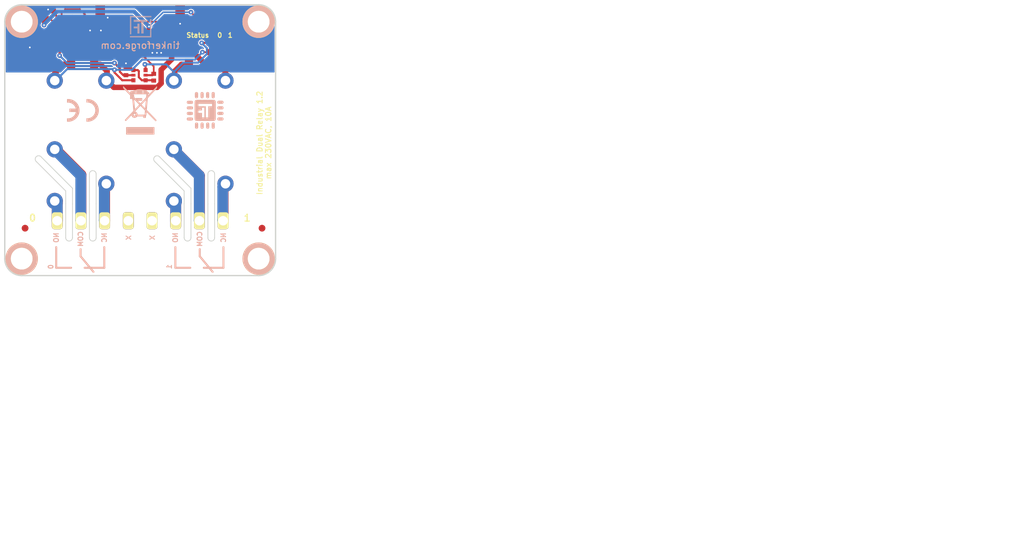
<source format=kicad_pcb>
(kicad_pcb (version 20211014) (generator pcbnew)
  (title_block (title "Industrial Dual Relay Bricklet") (date "2023-01-24") (rev "1.2") (company "Tinkerforge GmbH") (comment 1 "Licensed under CERN OHL v.1.1") (comment 2 "Copyright (©) 2023, B.Nordmeyer <bastian@tinkerforge.com>"))
  (layers (0 "F.Cu" signal "Vorderseite") (31 "B.Cu" signal "Rückseite") (34 "B.Paste" user) (35 "F.Paste" user) (36 "B.SilkS" user "B.Silkscreen") (37 "F.SilkS" user "F.Silkscreen") (38 "B.Mask" user) (39 "F.Mask" user) (44 "Edge.Cuts" user))
  (net 0 "")
  (net 1 "+5V")
  (net 2 "GND")
  (net 3 "VCC")
  (net 4 "S-MISO")
  (net 5 "S-MOSI")
  (net 6 "S-CLK")
  (net 7 "S-CS")
  (net 8 "RELAY1")
  (net 9 "RELAY0")
  (net 10 "Net-(C2-Pad2)")
  (net 11 "Net-(D1-Pad2)")
  (net 12 "Net-(D2-Pad2)")
  (net 13 "Net-(D3-Pad2)")
  (net 14 "Net-(D4-Pad1)")
  (net 15 "Net-(D5-Pad1)")
  (net 16 "Net-(P1-Pad4)")
  (net 17 "Net-(P1-Pad5)")
  (net 18 "Net-(P1-Pad6)")
  (net 19 "Net-(P2-Pad2)")
  (net 20 "Net-(R1-Pad1)")
  (net 21 "Net-(P3-Pad2)")
  (net 22 "Net-(P3-Pad3)")
  (net 23 "Net-(P3-Pad1)")
  (net 24 "Net-(P3-Pad6)")
  (net 25 "Net-(P3-Pad7)")
  (net 26 "Net-(P3-Pad8)")
  (net 27 "Net-(P4-Pad1)")
  (footprint "kicad-libraries:C0603F" (layer "F.Cu") (at 153 90.4 180)
    (fp_text reference "C3")
    (fp_text value "1uF")
    (pad "1" smd rect locked (at -0.75 0 180) (size 0.9 0.9) (layers "F.Cu" "F.Paste" "F.Mask") (net 2 "GND"))
    (pad "2" smd rect locked (at 0.75 0 180) (size 0.9 0.9) (layers "F.Cu" "F.Paste" "F.Mask") (net 3 "VCC"))
  )
  (footprint "kicad-libraries:C0603F" (layer "F.Cu") (at 138.6 85.5 45)
    (fp_text reference "C4")
    (fp_text value "100nF")
    (pad "1" smd rect locked (at -0.75 0 45) (size 0.9 0.9) (layers "F.Cu" "F.Paste" "F.Mask") (net 3 "VCC"))
    (pad "2" smd rect locked (at 0.75 0 45) (size 0.9 0.9) (layers "F.Cu" "F.Paste" "F.Mask") (net 2 "GND"))
  )
  (footprint "kicad-libraries:D0603E" (layer "F.Cu") (at 160.3 86.4 -90)
    (fp_text reference "D1")
    (fp_text value "blue")
    (pad "1" smd rect locked (at -0.8501 0 270) (size 1.1 1) (layers "F.Cu" "F.Paste" "F.Mask") (net 3 "VCC"))
    (pad "2" smd rect locked (at 0.8501 0 270) (size 1.1 1) (layers "F.Cu" "F.Paste" "F.Mask") (net 11 "Net-(D1-Pad2)"))
  )
  (footprint "kicad-libraries:D0603E" (layer "F.Cu") (at 163.5 86.4 -90)
    (fp_text reference "D2")
    (fp_text value "blue")
    (pad "1" smd rect locked (at -0.8501 0 270) (size 1.1 1) (layers "F.Cu" "F.Paste" "F.Mask") (net 1 "+5V"))
    (pad "2" smd rect locked (at 0.8501 0 270) (size 1.1 1) (layers "F.Cu" "F.Paste" "F.Mask") (net 12 "Net-(D2-Pad2)"))
  )
  (footprint "kicad-libraries:D0603E" (layer "F.Cu") (at 165.1 86.4 -90)
    (fp_text reference "D3")
    (fp_text value "blue")
    (pad "1" smd rect locked (at -0.8501 0 270) (size 1.1 1) (layers "F.Cu" "F.Paste" "F.Mask") (net 1 "+5V"))
    (pad "2" smd rect locked (at 0.8501 0 270) (size 1.1 1) (layers "F.Cu" "F.Paste" "F.Mask") (net 13 "Net-(D3-Pad2)"))
  )
  (footprint "kicad-libraries:CON-SENSOR2" (layer "F.Cu") (at 151.8 83.9 180)
    (fp_text reference "P1")
    (fp_text value "CON-SENSOR2")
    (pad "1" smd rect locked (at -3.75 -4.6 180) (size 0.6 1.8) (layers "F.Cu" "F.Paste" "F.Mask") (net 1 "+5V"))
    (pad "2" smd rect locked (at -2.5 -4.6 180) (size 0.6 1.8) (layers "F.Cu" "F.Paste" "F.Mask") (net 2 "GND"))
    (pad "3" smd rect locked (at -1.25 -4.6 180) (size 0.6 1.8) (layers "F.Cu" "F.Paste" "F.Mask") (net 3 "VCC"))
    (pad "4" smd rect locked (at 0 -4.6 180) (size 0.6 1.8) (layers "F.Cu" "F.Paste" "F.Mask") (net 16 "Net-(P1-Pad4)"))
    (pad "5" smd rect locked (at 1.25 -4.6 180) (size 0.6 1.8) (layers "F.Cu" "F.Paste" "F.Mask") (net 17 "Net-(P1-Pad5)"))
    (pad "6" smd rect locked (at 2.5 -4.6 180) (size 0.6 1.8) (layers "F.Cu" "F.Paste" "F.Mask") (net 18 "Net-(P1-Pad6)"))
    (pad "7" smd rect locked (at 3.75 -4.6 180) (size 0.6 1.8) (layers "F.Cu" "F.Paste" "F.Mask") (net 10 "Net-(C2-Pad2)"))
    (pad "EP" smd rect locked (at -5.9 -1.2 180) (size 1.4 2.4) (layers "F.Cu" "F.Paste" "F.Mask") (net 2 "GND"))
    (pad "EP" smd rect locked (at 5.9 -1.2 180) (size 1.4 2.4) (layers "F.Cu" "F.Paste" "F.Mask") (net 2 "GND"))
  )
  (footprint "kicad-libraries:SolderJumper" (layer "F.Cu") (at 136.65 90.2)
    (fp_text reference "P2")
    (fp_text value "BOOT")
    (pad "1" smd rect locked (at -0.5 0) (size 0.4 1.4) (layers "F.Cu" "F.Mask") (net 2 "GND"))
    (pad "1" smd rect locked (at -0.225 -0.55) (size 0.95 0.3) (layers "F.Cu" "F.Mask") (net 2 "GND"))
    (pad "1" smd rect locked (at -0.225 0.55) (size 0.95 0.3) (layers "F.Cu" "F.Mask") (net 2 "GND"))
    (pad "2" smd rect locked (at 0.55 0) (size 0.3 1.4) (layers "F.Cu" "F.Mask") (net 19 "Net-(P2-Pad2)"))
    (pad "2" smd rect locked (at 0.15 0) (size 0.6 0.5) (layers "F.Cu" "F.Mask") (net 19 "Net-(P2-Pad2)"))
  )
  (footprint "kicad-libraries:R0603F" (layer "F.Cu") (at 158.9 89.5)
    (fp_text reference "R1")
    (fp_text value "1k")
    (pad "1" smd rect locked (at -0.75 0) (size 0.9 0.9) (layers "F.Cu" "F.Paste" "F.Mask") (net 20 "Net-(R1-Pad1)"))
    (pad "2" smd rect locked (at 0.75 0) (size 0.9 0.9) (layers "F.Cu" "F.Paste" "F.Mask") (net 11 "Net-(D1-Pad2)"))
  )
  (footprint "kicad-libraries:R0603F" (layer "F.Cu") (at 162.8 89.5)
    (fp_text reference "R3")
    (fp_text value "1k")
    (pad "1" smd rect locked (at -0.75 0) (size 0.9 0.9) (layers "F.Cu" "F.Paste" "F.Mask") (net 15 "Net-(D5-Pad1)"))
    (pad "2" smd rect locked (at 0.75 0) (size 0.9 0.9) (layers "F.Cu" "F.Paste" "F.Mask") (net 13 "Net-(D3-Pad2)"))
  )
  (footprint "kicad-libraries:4X0402" (layer "F.Cu") (at 145 90.3 90)
    (fp_text reference "RP1")
    (fp_text value "82")
    (pad "1" smd rect locked (at -0.7493 0.575 270) (size 0.29972 0.65) (layers "F.Cu" "F.Paste" "F.Mask") (net 16 "Net-(P1-Pad4)"))
    (pad "2" smd rect locked (at -0.24892 0.575 270) (size 0.29972 0.65) (layers "F.Cu" "F.Paste" "F.Mask") (net 17 "Net-(P1-Pad5)"))
    (pad "3" smd rect locked (at 0.24892 0.575 270) (size 0.29972 0.65) (layers "F.Cu" "F.Paste" "F.Mask") (net 18 "Net-(P1-Pad6)"))
    (pad "4" smd rect locked (at 0.7493 0.575 270) (size 0.29972 0.65) (layers "F.Cu" "F.Paste" "F.Mask") (net 10 "Net-(C2-Pad2)"))
    (pad "5" smd rect locked (at 0.7493 -0.575 90) (size 0.29972 0.65) (layers "F.Cu" "F.Paste" "F.Mask") (net 4 "S-MISO"))
    (pad "6" smd rect locked (at 0.24892 -0.575 90) (size 0.29972 0.65) (layers "F.Cu" "F.Paste" "F.Mask") (net 5 "S-MOSI"))
    (pad "7" smd rect locked (at -0.24892 -0.575 90) (size 0.29972 0.65) (layers "F.Cu" "F.Paste" "F.Mask") (net 6 "S-CLK"))
    (pad "8" smd rect locked (at -0.7493 -0.575 90) (size 0.29972 0.65) (layers "F.Cu" "F.Paste" "F.Mask") (net 7 "S-CS"))
  )
  (footprint "kicad-libraries:DRILL_NP" (layer "F.Cu") (at 169.3 86.4 90)
    (fp_text reference "U4")
    (fp_text value "DRILL")
    (pad "" np_thru_hole circle (at 0 0 90) (size 3.2 3.2) (drill 3.2) (layers F&B.Cu *.Mask) (clearance 0.89))
  )
  (footprint "kicad-libraries:DRILL_NP" (layer "F.Cu") (at 169.3 121.4 90)
    (fp_text reference "U5")
    (fp_text value "DRILL")
    (pad "" np_thru_hole circle (at 0 0 90) (size 3.2 3.2) (drill 3.2) (layers F&B.Cu *.Mask) (clearance 0.89))
  )
  (footprint "kicad-libraries:DRILL_NP" (layer "F.Cu") (at 134.3 121.4 90)
    (fp_text reference "U6")
    (fp_text value "DRILL")
    (pad "" np_thru_hole circle (at 0 0 90) (size 3.2 3.2) (drill 3.2) (layers F&B.Cu *.Mask) (clearance 0.89))
  )
  (footprint "kicad-libraries:C0402F" (layer "F.Cu") (at 145.2 88.2 -90)
    (fp_text reference "C2")
    (fp_text value "220pF")
    (pad "1" smd rect locked (at -0.5 0 270) (size 0.6 0.7) (layers "F.Cu" "F.Paste" "F.Mask") (net 2 "GND"))
    (pad "2" smd rect locked (at 0.5 0 270) (size 0.6 0.7) (layers "F.Cu" "F.Paste" "F.Mask") (net 10 "Net-(C2-Pad2)"))
  )
  (footprint "kicad-libraries:R0603F" (layer "F.Cu") (at 162.8 90.9)
    (fp_text reference "R2")
    (fp_text value "1k")
    (pad "1" smd rect locked (at -0.75 0) (size 0.9 0.9) (layers "F.Cu" "F.Paste" "F.Mask") (net 14 "Net-(D4-Pad1)"))
    (pad "2" smd rect locked (at 0.75 0) (size 0.9 0.9) (layers "F.Cu" "F.Paste" "F.Mask") (net 12 "Net-(D2-Pad2)"))
  )
  (footprint "kicad-libraries:C0603F" (layer "F.Cu") (at 155.7 90.4)
    (fp_text reference "C1")
    (fp_text value "1uF")
    (pad "1" smd rect locked (at -0.75 0) (size 0.9 0.9) (layers "F.Cu" "F.Paste" "F.Mask") (net 2 "GND"))
    (pad "2" smd rect locked (at 0.75 0) (size 0.9 0.9) (layers "F.Cu" "F.Paste" "F.Mask") (net 1 "+5V"))
  )
  (footprint "kicad-libraries:DEBUG_PAD" (layer "F.Cu") (at 139 90.8 90)
    (fp_text reference "P4")
    (fp_text value "Debug")
    (pad "1" smd circle locked (at 0 0 90) (size 0.7 0.7) (layers "F.Cu" "F.Paste" "F.Mask") (net 27 "Net-(P4-Pad1)"))
  )
  (footprint "kicad-libraries:Fiducial_Mark" (layer "F.Cu") (at 134.8 116.9 90)
    (fp_text reference "Fiducial_Mark" hide)
    (fp_text value "VAL**" hide)
    (pad "1" smd circle locked (at 0 0 90) (size 1.00076 1.00076) (layers "F.Cu" "F.Mask") (clearance 0.65024))
  )
  (footprint "kicad-libraries:Fiducial_Mark" (layer "F.Cu") (at 169.8 90.9 90)
    (fp_text reference "Fiducial_Mark" hide)
    (fp_text value "VAL**" hide)
    (pad "1" smd circle locked (at 0 0 90) (size 1.00076 1.00076) (layers "F.Cu" "F.Mask") (clearance 0.65024))
  )
  (footprint "kicad-libraries:Fiducial_Mark" (layer "F.Cu") (at 169.8 116.9 90)
    (fp_text reference "Fiducial_Mark" hide)
    (fp_text value "VAL**" hide)
    (pad "1" smd circle locked (at 0 0 90) (size 1.00076 1.00076) (layers "F.Cu" "F.Mask") (clearance 0.65024))
  )
  (footprint "kicad-libraries:SOT363" (layer "F.Cu") (at 151.7 94.3 180)
    (fp_text reference locked "Q1")
    (fp_text value "SSM6N7002KFU")
    (pad "1" smd rect locked (at -0.9 -0.75 180) (size 0.6 0.6) (layers "F.Cu" "F.Paste" "F.Mask") (net 2 "GND"))
    (pad "2" smd rect locked (at -0.9 0 180) (size 0.6 0.4) (layers "F.Cu" "F.Paste" "F.Mask") (net 8 "RELAY1"))
    (pad "3" smd rect locked (at -0.9 0.75 180) (size 0.6 0.6) (layers "F.Cu" "F.Paste" "F.Mask") (net 15 "Net-(D5-Pad1)"))
    (pad "4" smd rect locked (at 0.9 0.75 180) (size 0.6 0.6) (layers "F.Cu" "F.Paste" "F.Mask") (net 2 "GND"))
    (pad "5" smd rect locked (at 0.9 0 180) (size 0.6 0.4) (layers "F.Cu" "F.Paste" "F.Mask") (net 9 "RELAY0"))
    (pad "6" smd rect locked (at 0.9 -0.75 180) (size 0.6 0.6) (layers "F.Cu" "F.Paste" "F.Mask") (net 14 "Net-(D4-Pad1)"))
  )
  (footprint "kicad-libraries:R0402F" (layer "F.Cu") (at 153.8 94.6 90)
    (fp_text reference "R4")
    (fp_text value "10k")
    (pad "1" smd rect locked (at -0.5 0 90) (size 0.6 0.7) (layers "F.Cu" "F.Paste" "F.Mask") (net 2 "GND"))
    (pad "2" smd rect locked (at 0.5 0 90) (size 0.6 0.7) (layers "F.Cu" "F.Paste" "F.Mask") (net 8 "RELAY1"))
  )
  (footprint "kicad-libraries:R0402F" (layer "F.Cu") (at 149.7 93.8 -90)
    (fp_text reference "R5")
    (fp_text value "10k")
    (pad "1" smd rect locked (at -0.5 0 270) (size 0.6 0.7) (layers "F.Cu" "F.Paste" "F.Mask") (net 2 "GND"))
    (pad "2" smd rect locked (at 0.5 0 270) (size 0.6 0.7) (layers "F.Cu" "F.Paste" "F.Mask") (net 9 "RELAY0"))
  )
  (footprint "kicad-libraries:MiniMelf" (layer "F.Cu") (at 143.3 92.7 180)
    (fp_text reference "D4")
    (fp_text value "LL4148")
    (pad "1" smd rect locked (at 1.69926 0 180) (size 1.19888 1.6002) (layers "F.Cu" "F.Paste" "F.Mask") (net 14 "Net-(D4-Pad1)"))
    (pad "2" smd rect locked (at -1.69926 0 180) (size 1.19888 1.6002) (layers "F.Cu" "F.Paste" "F.Mask") (net 1 "+5V"))
  )
  (footprint "kicad-libraries:G5Q-1" (layer "F.Cu") (at 164.4 95.1 90)
    (fp_text reference "Q3")
    (fp_text value "G5Q-1")
    (pad "A1" thru_hole circle (at 0 -7.62 90) (size 2.4 2.4) (drill 1.4) (layers *.Cu *.Mask) (net 15 "Net-(D5-Pad1)"))
    (pad "A2" thru_hole circle (at 0 0 90) (size 2.4 2.4) (drill 1.4) (layers *.Cu *.Mask) (net 1 "+5V"))
    (pad "COM" thru_hole circle (at -10.16 -7.62 90) (size 2.4 2.4) (drill 1.4) (layers *.Cu *.Mask) (net 25 "Net-(P3-Pad7)"))
    (pad "NC" thru_hole circle (at -15.24 0 90) (size 2.4 2.4) (drill 1.4) (layers *.Cu *.Mask) (net 26 "Net-(P3-Pad8)"))
    (pad "NO" thru_hole circle (at -17.78 -7.62 90) (size 2.4 2.4) (drill 1.4) (layers *.Cu *.Mask) (net 24 "Net-(P3-Pad6)"))
  )
  (footprint "kicad-libraries:DRILL_NP" (layer "F.Cu") (at 134.3 86.4)
    (fp_text reference "REF**")
    (fp_text value "DRILL_NP_New")
    (pad "" np_thru_hole circle (at 0 0) (size 3.2 3.2) (drill 3.2) (layers F&B.Cu *.Mask) (clearance 0.89))
  )
  (footprint "kicad-libraries:QFN24-4x4mm-0.5mm" (layer "F.Cu") (at 141 88.1 -135)
    (fp_text reference "U1")
    (fp_text value "XMC1100")
    (pad "1" smd oval locked (at -2.025 -1.25 225) (size 1 0.3) (layers "F.Cu" "F.Paste" "F.Mask") (net 4 "S-MISO"))
    (pad "2" smd oval locked (at -2.025 -0.75 225) (size 1 0.3) (layers "F.Cu" "F.Paste" "F.Mask"))
    (pad "3" smd oval locked (at -2.025 -0.25 225) (size 1 0.3) (layers "F.Cu" "F.Paste" "F.Mask"))
    (pad "4" smd oval locked (at -2.025 0.25 225) (size 1 0.3) (layers "F.Cu" "F.Paste" "F.Mask"))
    (pad "5" smd oval locked (at -2.025 0.75 225) (size 1 0.3) (layers "F.Cu" "F.Paste" "F.Mask"))
    (pad "6" smd oval locked (at -2.025 1.25 225) (size 1 0.3) (layers "F.Cu" "F.Paste" "F.Mask"))
    (pad "7" smd oval locked (at -1.25 2.025 315) (size 1 0.3) (layers "F.Cu" "F.Paste" "F.Mask") (net 20 "Net-(R1-Pad1)"))
    (pad "8" smd oval locked (at -0.75 2.025 315) (size 1 0.3) (layers "F.Cu" "F.Paste" "F.Mask"))
    (pad "9" smd oval locked (at -0.25 2.025 315) (size 1 0.3) (layers "F.Cu" "F.Paste" "F.Mask") (net 2 "GND"))
    (pad "10" smd oval locked (at 0.25 2.025 315) (size 1 0.3) (layers "F.Cu" "F.Paste" "F.Mask") (net 3 "VCC"))
    (pad "11" smd oval locked (at 0.75 2.025 315) (size 1 0.3) (layers "F.Cu" "F.Paste" "F.Mask"))
    (pad "12" smd oval locked (at 1.25 2.025 315) (size 1 0.3) (layers "F.Cu" "F.Paste" "F.Mask"))
    (pad "13" smd oval locked (at 2.025 1.25 225) (size 1 0.3) (layers "F.Cu" "F.Paste" "F.Mask"))
    (pad "14" smd oval locked (at 2.025 0.75 225) (size 1 0.3) (layers "F.Cu" "F.Paste" "F.Mask"))
    (pad "15" smd oval locked (at 2.025 0.25 225) (size 1 0.3) (layers "F.Cu" "F.Paste" "F.Mask") (net 19 "Net-(P2-Pad2)"))
    (pad "16" smd oval locked (at 2.025 -0.25 225) (size 1 0.3) (layers "F.Cu" "F.Paste" "F.Mask") (net 27 "Net-(P4-Pad1)"))
    (pad "17" smd oval locked (at 2.025 -0.75 225) (size 1 0.3) (layers "F.Cu" "F.Paste" "F.Mask"))
    (pad "18" smd oval locked (at 2.025 -1.25 225) (size 1 0.3) (layers "F.Cu" "F.Paste" "F.Mask") (net 8 "RELAY1"))
    (pad "19" smd oval locked (at 1.25 -2.025 315) (size 1 0.3) (layers "F.Cu" "F.Paste" "F.Mask") (net 9 "RELAY0"))
    (pad "20" smd oval locked (at 0.75 -2.025 315) (size 1 0.3) (layers "F.Cu" "F.Paste" "F.Mask") (net 2 "GND"))
    (pad "21" smd oval locked (at 0.25 -2.025 315) (size 1 0.3) (layers "F.Cu" "F.Paste" "F.Mask"))
    (pad "22" smd oval locked (at -0.25 -2.025 315) (size 1 0.3) (layers "F.Cu" "F.Paste" "F.Mask") (net 7 "S-CS"))
    (pad "23" smd oval locked (at -0.75 -2.025 315) (size 1 0.3) (layers "F.Cu" "F.Paste" "F.Mask") (net 6 "S-CLK"))
    (pad "24" smd oval locked (at -1.25 -2.025 315) (size 1 0.3) (layers "F.Cu" "F.Paste" "F.Mask") (net 5 "S-MOSI"))
    (pad "EXP" smd rect locked (at -0.65 -0.65 225) (size 1.3 1.3) (layers "F.Cu" "F.Paste" "F.Mask") (net 2 "GND"))
    (pad "EXP" smd rect locked (at -0.65 0.65 225) (size 1.3 1.3) (layers "F.Cu" "F.Paste" "F.Mask") (net 2 "GND"))
    (pad "EXP" smd rect locked (at 0.65 0.65 225) (size 1.3 1.3) (layers "F.Cu" "F.Paste" "F.Mask") (net 2 "GND"))
    (pad "EXP" smd rect locked (at 0.65 -0.65 225) (size 1.3 1.3) (layers "F.Cu" "F.Paste" "F.Mask") (net 2 "GND"))
  )
  (footprint "kicad-libraries:MiniMelf" (layer "F.Cu") (at 160.7 92.7 180)
    (fp_text reference "D5")
    (fp_text value "LL4148")
    (pad "1" smd rect locked (at 1.69926 0 180) (size 1.19888 1.6002) (layers "F.Cu" "F.Paste" "F.Mask") (net 15 "Net-(D5-Pad1)"))
    (pad "2" smd rect locked (at -1.69926 0 180) (size 1.19888 1.6002) (layers "F.Cu" "F.Paste" "F.Mask") (net 1 "+5V"))
  )
  (footprint "kicad-libraries:G5Q-1" (layer "F.Cu") (at 146.8 95.1 90)
    (fp_text reference "Q2")
    (fp_text value "G5Q-1")
    (pad "A1" thru_hole circle (at 0 -7.62 90) (size 2.4 2.4) (drill 1.4) (layers *.Cu *.Mask) (net 14 "Net-(D4-Pad1)"))
    (pad "A2" thru_hole circle (at 0 0 90) (size 2.4 2.4) (drill 1.4) (layers *.Cu *.Mask) (net 1 "+5V"))
    (pad "COM" thru_hole circle (at -10.16 -7.62 90) (size 2.4 2.4) (drill 1.4) (layers *.Cu *.Mask) (net 21 "Net-(P3-Pad2)"))
    (pad "NC" thru_hole circle (at -15.24 0 90) (size 2.4 2.4) (drill 1.4) (layers *.Cu *.Mask) (net 22 "Net-(P3-Pad3)"))
    (pad "NO" thru_hole circle (at -17.78 -7.62 90) (size 2.4 2.4) (drill 1.4) (layers *.Cu *.Mask) (net 23 "Net-(P3-Pad1)"))
  )
  (footprint "kicad-libraries:OQ_8P_230V" (layer "F.Cu") (at 151.8 115.8)
    (fp_text reference "P3")
    (fp_text value "CONN_8")
    (fp_line (start 10 -2.5) (end 10 2.5) (layer "Edge.Cuts") (width 0.12))
    (fp_line (start -10 -2.5) (end -10 2.5) (layer "Edge.Cuts") (width 0.12))
    (fp_line (start 6.5 -2.5) (end 6.5 2.5) (layer "Edge.Cuts") (width 0.12))
    (fp_line (start 11 -2.5) (end 11 2.5) (layer "Edge.Cuts") (width 0.12))
    (fp_line (start -6.5 -2.5) (end -6.5 2.5) (layer "Edge.Cuts") (width 0.12))
    (fp_line (start 7.5 -2.5) (end 7.5 2.5) (layer "Edge.Cuts") (width 0.12))
    (fp_line (start -7.5 -2.5) (end -7.5 2.5) (layer "Edge.Cuts") (width 0.12))
    (fp_line (start -11 -2.5) (end -11 2.5) (layer "Edge.Cuts") (width 0.12))
    (fp_arc (start -10 2.5) (mid -10.5 3) (end -11 2.5) (layer "Edge.Cuts") (width 0.12))
    (fp_arc (start 7.5 2.5) (mid 7 3) (end 6.5 2.5) (layer "Edge.Cuts") (width 0.12))
    (fp_arc (start 11 2.5) (mid 10.5 3) (end 10 2.5) (layer "Edge.Cuts") (width 0.12))
    (fp_arc (start -6.5 2.5) (mid -7 3) (end -7.5 2.5) (layer "Edge.Cuts") (width 0.12))
    (pad "1" thru_hole roundrect (at -12.25042 0) (size 1.6 2.5) (drill 1.4) (layers *.Cu *.Mask "F.SilkS") (net 23 "Net-(P3-Pad1)"))
    (pad "2" thru_hole roundrect (at -8.7503 0) (size 1.6 2.5) (drill 1.4) (layers *.Cu *.Mask "F.SilkS") (net 21 "Net-(P3-Pad2)"))
    (pad "3" thru_hole roundrect (at -5.25018 0) (size 1.6 2.5) (drill 1.4) (layers *.Cu *.Mask "F.SilkS") (net 22 "Net-(P3-Pad3)"))
    (pad "4" thru_hole roundrect (at -1.75006 0) (size 1.6 2.5) (drill 1.4) (layers *.Cu *.Mask "F.SilkS"))
    (pad "5" thru_hole roundrect (at 1.75006 0) (size 1.6 2.5) (drill 1.4) (layers *.Cu *.Mask "F.SilkS"))
    (pad "6" thru_hole roundrect (at 5.25018 0) (size 1.6 2.5) (drill 1.4) (layers *.Cu *.Mask "F.SilkS") (net 24 "Net-(P3-Pad6)"))
    (pad "7" thru_hole roundrect (at 8.7503 0) (size 1.6 2.5) (drill 1.4) (layers *.Cu *.Mask "F.SilkS") (net 25 "Net-(P3-Pad7)"))
    (pad "8" thru_hole roundrect (at 12.25042 0) (size 1.6 2.5) (drill 1.4) (layers *.Cu *.Mask "F.SilkS") (net 26 "Net-(P3-Pad8)"))
  )
  (footprint "kicad-libraries:Logo_31x31" (layer "B.Cu") (at 153.45 85.55 180)
    (fp_text reference "G***" hide)
    (fp_text value "Logo_31x31" hide)
  )
  (footprint "kicad-libraries:Logo_CoMCU" (layer "B.Cu") (at 161.4 99.5 180)
    (fp_text reference "G***" hide)
    (fp_text value "LOGO" hide)
  )
  (footprint "kicad-libraries:CE_5mm" (layer "B.Cu") (at 143.3 99.5 180)
    (fp_text reference "VAL" hide)
    (fp_text value "CE_5mm" hide)
  )
  (footprint "kicad-libraries:WEEE_7mm" (layer "B.Cu") (at 151.8 99.5 180)
    (fp_text reference "VAL" hide)
    (fp_text value "WEEE_7mm" hide)
  )
  (gr_line (start 139.4 119.7) (end 139.4 122.75) (layer "B.SilkS") (width 0.3))
  (gr_line (start 164.1 119.7) (end 164.1 122.75) (layer "B.SilkS") (width 0.3))
  (gr_line (start 161.2 122.75) (end 164.1 122.75) (layer "B.SilkS") (width 0.3))
  (gr_line (start 139.4 122.75) (end 141.6 122.75) (layer "B.SilkS") (width 0.3))
  (gr_line (start 160.6 120) (end 160.6 121.05) (layer "B.SilkS") (width 0.3))
  (gr_line (start 160.6 121.05) (end 162.5 123.35) (layer "B.SilkS") (width 0.3))
  (gr_line (start 157 119.7) (end 157 122.75) (layer "B.SilkS") (width 0.3))
  (gr_line (start 157 122.75) (end 159.2 122.75) (layer "B.SilkS") (width 0.3))
  (gr_line (start 143 120) (end 143 121.05) (layer "B.SilkS") (width 0.3))
  (gr_line (start 143 121.05) (end 144.9 123.35) (layer "B.SilkS") (width 0.3))
  (gr_line (start 143.6 122.75) (end 146.5 122.75) (layer "B.SilkS") (width 0.3))
  (gr_line (start 146.5 119.7) (end 146.5 122.75) (layer "B.SilkS") (width 0.3))
  (gr_line (start 162.8 113.3) (end 162.8 108.9) (layer "Edge.Cuts") (width 0.12))
  (gr_arc (start 169.3 83.9) (mid 171.067767 84.632233) (end 171.8 86.4) (layer "Edge.Cuts") (width 0.2))
  (gr_line (start 140.8 111.4) (end 136.5 107.1) (layer "Edge.Cuts") (width 0.12))
  (gr_line (start 161.8 113.3) (end 161.8 108.9) (layer "Edge.Cuts") (width 0.12))
  (gr_line (start 158.3 111.4) (end 154 107.1) (layer "Edge.Cuts") (width 0.12))
  (gr_arc (start 136.5 107.1) (mid 136.446332 106.346332) (end 137.2 106.4) (layer "Edge.Cuts") (width 0.12))
  (gr_line (start 171.8 121.4) (end 171.8 86.4) (layer "Edge.Cuts") (width 0.2))
  (gr_arc (start 134.3 123.9) (mid 132.532233 123.167767) (end 131.8 121.4) (layer "Edge.Cuts") (width 0.2))
  (gr_line (start 158.3 113.3) (end 158.3 111.4) (layer "Edge.Cuts") (width 0.12))
  (gr_line (start 159.3 113.3) (end 159.3 111) (layer "Edge.Cuts") (width 0.12))
  (gr_arc (start 154 107.1) (mid 153.946332 106.346332) (end 154.7 106.4) (layer "Edge.Cuts") (width 0.12))
  (gr_line (start 141.8 111) (end 137.2 106.4) (layer "Edge.Cuts") (width 0.12))
  (gr_line (start 159.3 111) (end 154.7 106.4) (layer "Edge.Cuts") (width 0.12))
  (gr_arc (start 161.8 108.9) (mid 162.3 108.4) (end 162.8 108.9) (layer "Edge.Cuts") (width 0.12))
  (gr_line (start 140.8 113.3) (end 140.8 111.4) (layer "Edge.Cuts") (width 0.12))
  (gr_arc (start 144.3 108.9) (mid 144.8 108.4) (end 145.3 108.9) (layer "Edge.Cuts") (width 0.12))
  (gr_line (start 131.8 86.4) (end 131.8 121.4) (layer "Edge.Cuts") (width 0.2))
  (gr_line (start 134.3 123.9) (end 169.3 123.9) (layer "Edge.Cuts") (width 0.2))
  (gr_arc (start 131.8 86.4) (mid 132.532233 84.632233) (end 134.3 83.9) (layer "Edge.Cuts") (width 0.2))
  (gr_line (start 144.3 113.3) (end 144.3 108.9) (layer "Edge.Cuts") (width 0.12))
  (gr_line (start 141.8 113.3) (end 141.8 111) (layer "Edge.Cuts") (width 0.12))
  (gr_arc (start 171.8 121.4) (mid 171.067767 123.167767) (end 169.3 123.9) (layer "Edge.Cuts") (width 0.2))
  (gr_line (start 145.3 113.3) (end 145.3 108.9) (layer "Edge.Cuts") (width 0.12))
  (gr_line (start 169.3 83.9) (end 134.3 83.9) (layer "Edge.Cuts") (width 0.2))
  (gr_text "X" (at 153.6 118.3 90) (layer "B.SilkS") (effects (font (size 0.7 0.7)) (justify mirror)))
  (gr_text "X" (at 150.1 118.3 90) (layer "B.SilkS") (effects (font (size 0.7 0.7)) (justify mirror)))
  (gr_text "NC" (at 164.1 118.3 90) (layer "B.SilkS") (effects (font (size 0.7 0.7)) (justify mirror)))
  (gr_text "tinkerforge.com" (at 151.8 89.9) (layer "B.SilkS") (effects (font (size 1.00076 1.00076) (thickness 0.14986)) (justify mirror)))
  (gr_text "NO" (at 157 118.3 90) (layer "B.SilkS") (effects (font (size 0.7 0.7)) (justify mirror)))
  (gr_text "0" (at 138.6 122.6 90) (layer "B.SilkS") (effects (font (size 0.7 0.7)) (justify mirror)))
  (gr_text "1" (at 156.1 122.6 90) (layer "B.SilkS") (effects (font (size 0.7 0.7)) (justify mirror)))
  (gr_text "NC" (at 146.5 118.3 90) (layer "B.SilkS") (effects (font (size 0.7 0.7)) (justify mirror)))
  (gr_text "COM" (at 160.6 118.5 90) (layer "B.SilkS") (effects (font (size 0.7 0.7)) (justify mirror)))
  (gr_text "NO" (at 139.4 118.3 90) (layer "B.SilkS") (effects (font (size 0.7 0.7)) (justify mirror)))
  (gr_text "COM" (at 143 118.5 90) (layer "B.SilkS") (effects (font (size 0.7 0.7)) (justify mirror)))
  (gr_text "1" (at 167.6 115.4) (layer "F.SilkS") (effects (font (size 1 1) (thickness 0.2))))
  (gr_text "Industrial Dual Relay 1.2\nmax 230VAC, 10A" (at 170.1 104.3 90) (layer "F.SilkS") (effects (font (size 0.8 0.8))))
  (gr_text "1" (at 165.1 88.4) (layer "F.SilkS") (effects (font (size 0.7 0.7) (thickness 0.14986))))
  (gr_text "0" (at 135.9 115.3 180) (layer "F.SilkS") (effects (font (size 1 1) (thickness 0.2))))
  (gr_text "Status" (at 160.3 88.4) (layer "F.SilkS") (effects (font (size 0.7 0.7) (thickness 0.14986))))
  (gr_text "0" (at 163.55 88.4) (layer "F.SilkS") (effects (font (size 0.7 0.7) (thickness 0.14986))))
  (segment (start 156.45 90.05) (end 155.55 89.15) (width 0.59944) (layer "F.Cu") (net 1))
  (segment (start 155.55 89.15) (end 155.55 88.5) (width 0.59944) (layer "F.Cu") (net 1))
  (segment (start 146.915 93.715) (end 145.9 92.7) (width 0.8001) (layer "F.Cu") (net 1))
  (segment (start 166.1 89.84944) (end 163.24944 92.7) (width 0.29972) (layer "F.Cu") (net 1))
  (segment (start 159.9 91.2) (end 161.4 92.7) (width 0.8001) (layer "F.Cu") (net 1))
  (segment (start 156.45 90.4) (end 156.45 90.05) (width 0.59944) (layer "F.Cu") (net 1))
  (segment (start 146.915 95.115) (end 146.915 93.715) (width 0.8001) (layer "F.Cu") (net 1))
  (segment (start 156.45 90.4) (end 157.3 90.4) (width 0.8001) (layer "F.Cu") (net 1))
  (segment (start 145.9 92.7) (end 144.99926 92.7) (width 0.8001) (layer "F.Cu") (net 1))
  (segment (start 158.1 91.2) (end 159.9 91.2) (width 0.8001) (layer "F.Cu") (net 1))
  (segment (start 156.45 91.95) (end 154.9 93.5) (width 0.8001) (layer "F.Cu") (net 1))
  (segment (start 166.1 86.5499) (end 166.1 89.84944) (width 0.29972) (layer "F.Cu") (net 1))
  (segment (start 154.9 95.5) (end 154.3 96.1) (width 0.8001) (layer "F.Cu") (net 1))
  (segment (start 163.24944 92.7) (end 162.39926 92.7) (width 0.29972) (layer "F.Cu") (net 1))
  (segment (start 154.3 96.1) (end 147.9 96.1) (width 0.8001) (layer "F.Cu") (net 1))
  (segment (start 165.1 85.5499) (end 163.5 85.5499) (width 0.24892) (layer "F.Cu") (net 1))
  (segment (start 163.3 92.7) (end 164.415 93.815) (width 0.8001) (layer "F.Cu") (net 1))
  (segment (start 157.3 90.4) (end 158.1 91.2) (width 0.8001) (layer "F.Cu") (net 1))
  (segment (start 162.39926 92.7) (end 163.3 92.7) (width 0.8001) (layer "F.Cu") (net 1))
  (segment (start 154.9 93.5) (end 154.9 95.5) (width 0.8001) (layer "F.Cu") (net 1))
  (segment (start 147.9 96.1) (end 146.915 95.115) (width 0.8001) (layer "F.Cu") (net 1))
  (segment (start 165.1 85.5499) (end 166.1 86.5499) (width 0.29972) (layer "F.Cu") (net 1))
  (segment (start 164.415 93.815) (end 164.415 95.115) (width 0.8001) (layer "F.Cu") (net 1))
  (segment (start 156.45 90.4) (end 156.45 91.95) (width 0.8001) (layer "F.Cu") (net 1))
  (segment (start 161.4 92.7) (end 162.39926 92.7) (width 0.8001) (layer "F.Cu") (net 1))
  (segment (start 139.4 86.146447) (end 139.4 85.23934) (width 0.24892) (layer "F.Cu") (net 2))
  (segment (start 139.4 85.23934) (end 139.13033 84.96967) (width 0.24892) (layer "F.Cu") (net 2))
  (segment (start 138.76066 84.6) (end 138.2 84.6) (width 0.59944) (layer "F.Cu") (net 2))
  (segment (start 141.353553 88.1) (end 141.919239 88.1) (width 0.29972) (layer "F.Cu") (net 2))
  (segment (start 154.3 90.1) (end 154.3 88.5) (width 0.59944) (layer "F.Cu") (net 2))
  (segment (start 154 90.65) (end 154.45 90.65) (width 0.59944) (layer "F.Cu") (net 2))
  (segment (start 154.45 90.65) (end 154.7 90.9) (width 0.59944) (layer "F.Cu") (net 2))
  (segment (start 146.6 85.8) (end 147 85.8) (width 0.59944) (layer "F.Cu") (net 2))
  (segment (start 153.6 90.55) (end 153.75 90.4) (width 0.59944) (layer "F.Cu") (net 2))
  (segment (start 151.44972 93.55) (end 150.8 93.55) (width 0.29972) (layer "F.Cu") (net 2))
  (segment (start 150.8 93.55) (end 150.55 93.3) (width 0.29972) (layer "F.Cu") (net 2))
  (segment (start 154.849698 91.05032) (end 154.9 91.000018) (width 0.59944) (layer "F.Cu") (net 2))
  (segment (start 141.901561 90.062221) (end 141 89.16066) (width 0.29972) (layer "F.Cu") (net 2))
  (segment (start 141.919239 88.1) (end 141 89.019239) (width 0.29972) (layer "F.Cu") (net 2))
  (segment (start 139.744885 86.491332) (end 141.353553 88.1) (width 0.29972) (layer "F.Cu") (net 2))
  (segment (start 153.75 90.4) (end 154.3 90.4) (width 0.59944) (layer "F.Cu") (net 2))
  (segment (start 146 87.7) (end 145.2 87.7) (width 0.59944) (layer "F.Cu") (net 2))
  (segment (start 136.15 90.2) (end 135.5 90.2) (width 0.24892) (layer "F.Cu") (net 2))
  (segment (start 139.13033 84.96967) (end 138.76066 84.6) (width 0.59944) (layer "F.Cu") (net 2))
  (segment (start 153.65032 91.05032) (end 154.849698 91.05032) (width 0.59944) (layer "F.Cu") (net 2))
  (segment (start 154.95 90.950018) (end 154.95 90.4) (width 0.59944) (layer "F.Cu") (net 2))
  (segment (start 154.9 91.000018) (end 154.95 90.950018) (width 0.59944) (layer "F.Cu") (net 2))
  (segment (start 145.9 85.1) (end 146.6 85.8) (width 0.59944) (layer "F.Cu") (net 2))
  (segment (start 151.6 94.59972) (end 151.6 93.70028) (width 0.29972) (layer "F.Cu") (net 2))
  (segment (start 149.7 93.3) (end 149.7 92.54974) (width 0.29972) (layer "F.Cu") (net 2))
  (segment (start 151.6 93.70028) (end 151.44972 93.55) (width 0.29972) (layer "F.Cu") (net 2))
  (segment (start 150.55 93.3) (end 149.7 93.3) (width 0.29972) (layer "F.Cu") (net 2))
  (segment (start 153.6 91) (end 153.6 90.55) (width 0.59944) (layer "F.Cu") (net 2))
  (segment (start 154.276541 91) (end 154.3 90.976541) (width 0.59944) (layer "F.Cu") (net 2))
  (segment (start 153.75 95.05) (end 152.05028 95.05) (width 0.29972) (layer "F.Cu") (net 2))
  (segment (start 145.2 87.7) (end 144.4 87.7) (width 0.59944) (layer "F.Cu") (net 2))
  (segment (start 153.8 95.1) (end 153.75 95.05) (width 0.29972) (layer "F.Cu") (net 2))
  (segment (start 153.75 90.4) (end 154 90.65) (width 0.59944) (layer "F.Cu") (net 2))
  (segment (start 153.6 91) (end 153.65032 91.05032) (width 0.59944) (layer "F.Cu") (net 2))
  (segment (start 141 87.180761) (end 140.080761 88.1) (width 0.29972) (layer "F.Cu") (net 2))
  (segment (start 154.3 90.976541) (end 154.3 90.1) (width 0.59944) (layer "F.Cu") (net 2))
  (segment (start 139.744885 86.491332) (end 139.4 86.146447) (width 0.24892) (layer "F.Cu") (net 2))
  (segment (start 152.05028 95.05) (end 151.6 94.59972) (width 0.29972) (layer "F.Cu") (net 2))
  (segment (start 157.7 85.1) (end 157.7 86.7) (width 0.59944) (layer "F.Cu") (net 2))
  (segment (start 141 89.16066) (end 141 89.019239) (width 0.29972) (layer "F.Cu") (net 2))
  (segment (start 140.080761 88.1) (end 141 89.019239) (width 0.29972) (layer "F.Cu") (net 2))
  (segment (start 154.3 90.4) (end 154.3 90.1) (width 0.59944) (layer "F.Cu") (net 2))
  (segment (start 154.95 90.4) (end 154.3 90.4) (width 0.59944) (layer "F.Cu") (net 2))
  (via (at 144.4 87.7) (size 0.70104) (drill 0.24892) (layers "F.Cu" "B.Cu") (net 2))
  (via (at 154.9 91.000018) (size 0.70104) (drill 0.24892) (layers "F.Cu" "B.Cu") (net 2))
  (via (at 149.7 92.54974) (size 0.70104) (drill 0.24892) (layers "F.Cu" "B.Cu") (net 2))
  (via (at 147 85.8) (size 0.70104) (drill 0.24892) (layers "F.Cu" "B.Cu") (net 2))
  (via (at 153.6 91) (size 0.70104) (drill 0.24892) (layers "F.Cu" "B.Cu") (net 2))
  (via (at 138.2 84.6) (size 0.70104) (drill 0.24892) (layers "F.Cu" "B.Cu") (net 2))
  (via (at 157.7 86.7) (size 0.70104) (drill 0.24892) (layers "F.Cu" "B.Cu") (net 2))
  (via (at 146 87.7) (size 0.70104) (drill 0.24892) (layers "F.Cu" "B.Cu") (net 2))
  (via (at 154.276541 91) (size 0.70104) (drill 0.24892) (layers "F.Cu" "B.Cu") (net 2))
  (via (at 135.5 90.2) (size 0.70104) (drill 0.24892) (layers "F.Cu" "B.Cu") (net 2))
  (segment (start 138.576777 86.03033) (end 138.06967 86.03033) (width 0.24892) (layer "F.Cu") (net 3))
  (segment (start 152.25 90.15) (end 153.05 89.35) (width 0.29972) (layer "F.Cu") (net 3))
  (segment (start 153.05 89.35) (end 153.05 88.5) (width 0.29972) (layer "F.Cu") (net 3))
  (segment (start 153.05 87.15) (end 153.1 87.1) (width 0.59944) (layer "F.Cu") (net 3))
  (segment (start 137.6 86.9) (end 137.6 86.5) (width 0.59944) (layer "F.Cu") (net 3))
  (segment (start 137.6 86.5) (end 138.06967 86.03033) (width 0.59944) (layer "F.Cu") (net 3))
  (segment (start 159.3 85) (end 159.8 85.5) (width 0.24892) (layer "F.Cu") (net 3))
  (segment (start 159.8 85.5) (end 160.3 85.5) (width 0.24892) (layer "F.Cu") (net 3))
  (segment (start 160.3 85.5) (end 160.3 85.5499) (width 0.24892) (layer "F.Cu") (net 3))
  (segment (start 139.391332 86.844885) (end 138.576777 86.03033) (width 0.24892) (layer "F.Cu") (net 3))
  (segment (start 152.25 90.4) (end 152.25 90.15) (width 0.29972) (layer "F.Cu") (net 3))
  (segment (start 153.05 88.5) (end 153.05 87.15) (width 0.59944) (layer "F.Cu") (net 3))
  (via (at 153.1 87.1) (size 0.70104) (drill 0.24892) (layers "F.Cu" "B.Cu") (net 3))
  (via (at 159.3 85) (size 0.70104) (drill 0.24892) (layers "F.Cu" "B.Cu") (net 3))
  (via (at 137.6 86.9) (size 0.70104) (drill 0.24892) (layers "F.Cu" "B.Cu") (net 3))
  (segment (start 153.1 87.1) (end 150.9 84.9) (width 0.59944) (layer "B.Cu") (net 3))
  (segment (start 150.9 84.9) (end 139.5 84.9) (width 0.59944) (layer "B.Cu") (net 3))
  (segment (start 139.5 84.9) (end 137.6 86.8) (width 0.59944) (layer "B.Cu") (net 3))
  (segment (start 137.6 86.8) (end 137.6 86.9) (width 0.59944) (layer "B.Cu") (net 3))
  (segment (start 155.2 85) (end 153.1 87.1) (width 0.24892) (layer "B.Cu") (net 3))
  (segment (start 159.3 85) (end 155.2 85) (width 0.24892) (layer "B.Cu") (net 3))
  (segment (start 144.425 88.661217) (end 143.315775 87.551992) (width 0.24892) (layer "F.Cu") (net 4))
  (segment (start 144.425 89.5507) (end 144.425 88.661217) (width 0.24892) (layer "F.Cu") (net 4))
  (segment (start 144.05108 90.05108) (end 143.8 89.8) (width 0.24892) (layer "F.Cu") (net 5))
  (segment (start 143.8 89.8) (end 143.8 89.132233) (width 0.24892) (layer "F.Cu") (net 5))
  (segment (start 143.8 89.132233) (end 143.315775 88.648008) (width 0.24892) (layer "F.Cu") (net 5))
  (segment (start 144.425 90.05108) (end 144.05108 90.05108) (width 0.24892) (layer "F.Cu") (net 5))
  (segment (start 143.94892 90.54892) (end 143.4 90) (width 0.24892) (layer "F.Cu") (net 6))
  (segment (start 143.4 90) (end 143.4 89.43934) (width 0.24892) (layer "F.Cu") (net 6))
  (segment (start 143.4 89.43934) (end 142.962221 89.001561) (width 0.24892) (layer "F.Cu") (net 6))
  (segment (start 144.425 90.54892) (end 143.94892 90.54892) (width 0.24892) (layer "F.Cu") (net 6))
  (segment (start 143.7493 91.0493) (end 143 90.3) (width 0.24892) (layer "F.Cu") (net 7))
  (segment (start 143 90.3) (end 143 89.746447) (width 0.24892) (layer "F.Cu") (net 7))
  (segment (start 143 89.746447) (end 142.608668 89.355115) (width 0.24892) (layer "F.Cu") (net 7))
  (segment (start 144.425 91.0493) (end 143.7493 91.0493) (width 0.24892) (layer "F.Cu") (net 7))
  (segment (start 152.4 91.6) (end 142.732233 91.6) (width 0.24892) (layer "F.Cu") (net 8))
  (segment (start 153.8 94.1) (end 153.8 93) (width 0.24892) (layer "F.Cu") (net 8))
  (segment (start 153.6 94.3) (end 152.6 94.3) (width 0.29972) (layer "F.Cu") (net 8))
  (segment (start 153.8 94.1) (end 153.6 94.3) (width 0.29972) (layer "F.Cu") (net 8))
  (segment (start 142.732233 91.6) (end 141.548008 90.415775) (width 0.24892) (layer "F.Cu") (net 8))
  (segment (start 153.8 93) (end 152.4 91.6) (width 0.24892) (layer "F.Cu") (net 8))
  (segment (start 148 92.5) (end 148.8 93.3) (width 0.29972) (layer "F.Cu") (net 9))
  (segment (start 139.9 90.967767) (end 139.9 91.4) (width 0.29972) (layer "F.Cu") (net 9))
  (segment (start 148.8 93.3) (end 148.8 93.80042) (width 0.29972) (layer "F.Cu") (net 9))
  (segment (start 148.8 93.80042) (end 149.29958 94.3) (width 0.29972) (layer "F.Cu") (net 9))
  (segment (start 140.451992 90.415775) (end 139.9 90.967767) (width 0.29972) (layer "F.Cu") (net 9))
  (segment (start 149.29958 94.3) (end 150.8 94.3) (width 0.29972) (layer "F.Cu") (net 9))
  (via (at 148 92.5) (size 0.70104) (drill 0.24892) (layers "F.Cu" "B.Cu") (net 9))
  (via (at 139.9 91.4) (size 0.70104) (drill 0.24892) (layers "F.Cu" "B.Cu") (net 9))
  (segment (start 139.9 91.4) (end 141 92.5) (width 0.29972) (layer "B.Cu") (net 9))
  (segment (start 141 92.5) (end 148 92.5) (width 0.29972) (layer "B.Cu") (net 9))
  (segment (start 147.5493 89.5507) (end 148.05 89.05) (width 0.24892) (layer "F.Cu") (net 10))
  (segment (start 145.2 89.5) (end 145.2 88.7) (width 0.24892) (layer "F.Cu") (net 10))
  (segment (start 145.575 89.5507) (end 147.5493 89.5507) (width 0.24892) (layer "F.Cu") (net 10))
  (segment (start 148.05 89.05) (end 148.05 88.5) (width 0.24892) (layer "F.Cu") (net 10))
  (segment (start 145.575 89.5507) (end 145.2507 89.5507) (width 0.24892) (layer "F.Cu") (net 10))
  (segment (start 145.2507 89.5507) (end 145.2 89.5) (width 0.24892) (layer "F.Cu") (net 10))
  (segment (start 160.3 89.3) (end 160.1 89.5) (width 0.24892) (layer "F.Cu") (net 11))
  (segment (start 160.1 89.5) (end 159.65 89.5) (width 0.24892) (layer "F.Cu") (net 11))
  (segment (start 160.3 87.2501) (end 160.3 89.3) (width 0.24892) (layer "F.Cu") (net 11))
  (segment (start 163.5 87.9) (end 162.8 88.6) (width 0.24892) (layer "F.Cu") (net 12))
  (segment (start 162.8 88.6) (end 162.8 90.6) (width 0.24892) (layer "F.Cu") (net 12))
  (segment (start 162.8 90.6) (end 163.1 90.9) (width 0.24892) (layer "F.Cu") (net 12))
  (segment (start 163.1 90.9) (end 163.55 90.9) (width 0.24892) (layer "F.Cu") (net 12))
  (segment (start 163.5 87.2501) (end 163.5 87.9) (width 0.24892) (layer "F.Cu") (net 12))
  (segment (start 165.1 89) (end 164.6 89.5) (width 0.24892) (layer "F.Cu") (net 13))
  (segment (start 164.6 89.5) (end 163.55 89.5) (width 0.24892) (layer "F.Cu") (net 13))
  (segment (start 165.1 87.2501) (end 165.1 89) (width 0.24892) (layer "F.Cu") (net 13))
  (segment (start 140.5 92.7) (end 139.195 94.005) (width 0.8001) (layer "F.Cu") (net 14))
  (segment (start 141.60074 92.7) (end 140.5 92.7) (width 0.8001) (layer "F.Cu") (net 14))
  (segment (start 161 90.9) (end 162.05 90.9) (width 0.24892) (layer "F.Cu") (net 14))
  (segment (start 139.195 94.005) (end 139.195 95.125) (width 0.8001) (layer "F.Cu") (net 14))
  (segment (start 149.15 95.05) (end 150.8 95.05) (width 0.29972) (layer "F.Cu") (net 14))
  (segment (start 148 93.5) (end 148 93.9) (width 0.29972) (layer "F.Cu") (net 14))
  (segment (start 148 93.9) (end 149.15 95.05) (width 0.29972) (layer "F.Cu") (net 14))
  (via (at 148 93.5) (size 0.70104) (drill 0.24892) (layers "F.Cu" "B.Cu") (net 14))
  (via (at 161 90.9) (size 0.70104) (drill 0.24892) (layers "F.Cu" "B.Cu") (net 14))
  (segment (start 150.6 93.5) (end 152.1 92) (width 0.29972) (layer "B.Cu") (net 14))
  (segment (start 152.1 92) (end 159.9 92) (width 0.29972) (layer "B.Cu") (net 14))
  (segment (start 159.9 92) (end 161 90.9) (width 0.29972) (layer "B.Cu") (net 14))
  (segment (start 141.01 93.4) (end 139.295 95.115) (width 0.29972) (layer "B.Cu") (net 14))
  (segment (start 148 93.5) (end 150.6 93.5) (width 0.29972) (layer "B.Cu") (net 14))
  (segment (start 148 93.5) (end 147.9 93.4) (width 0.29972) (layer "B.Cu") (net 14))
  (segment (start 147.9 93.4) (end 141.01 93.4) (width 0.29972) (layer "B.Cu") (net 14))
  (segment (start 152.6 92.8) (end 152.5 92.7) (width 0.29972) (layer "F.Cu") (net 15))
  (segment (start 156.9 95.115) (end 156.79074 95.00574) (width 1.6) (layer "F.Cu") (net 15))
  (segment (start 156.9 93.7) (end 157.9 92.7) (width 0.8001) (layer "F.Cu") (net 15))
  (segment (start 162.018126 89.531874) (end 162.05 89.5) (width 0.29972) (layer "F.Cu") (net 15))
  (segment (start 157.9 92.7) (end 159.00074 92.7) (width 0.8001) (layer "F.Cu") (net 15))
  (segment (start 160.879686 89.531874) (end 162.018126 89.531874) (width 0.29972) (layer "F.Cu") (net 15))
  (segment (start 156.9 95.115) (end 156.9 93.7) (width 0.8001) (layer "F.Cu") (net 15))
  (segment (start 152.6 93.5) (end 152.6 92.8) (width 0.29972) (layer "F.Cu") (net 15))
  (via (at 152.5 92.7) (size 0.70104) (drill 0.24892) (layers "F.Cu" "B.Cu") (net 15))
  (via (at 160.879686 89.531874) (size 0.70104) (drill 0.24892) (layers "F.Cu" "B.Cu") (net 15))
  (segment (start 155.65 92.7) (end 152.5 92.7) (width 0.29972) (layer "B.Cu") (net 15))
  (segment (start 156.795 93.845) (end 155.65 92.7) (width 0.29972) (layer "B.Cu") (net 15))
  (segment (start 161.65024 90.302428) (end 161.65024 91.169339) (width 0.29972) (layer "B.Cu") (net 15))
  (segment (start 158.15042 92.44958) (end 156.795 93.805) (width 0.29972) (layer "B.Cu") (net 15))
  (segment (start 161.65024 91.169339) (end 160.369999 92.44958) (width 0.29972) (layer "B.Cu") (net 15))
  (segment (start 160.369999 92.44958) (end 158.15042 92.44958) (width 0.29972) (layer "B.Cu") (net 15))
  (segment (start 160.879686 89.531874) (end 161.65024 90.302428) (width 0.29972) (layer "B.Cu") (net 15))
  (segment (start 156.795 95.115) (end 156.795 93.845) (width 0.29972) (layer "B.Cu") (net 15))
  (segment (start 156.795 93.805) (end 156.795 95.115) (width 0.29972) (layer "B.Cu") (net 15))
  (segment (start 149.8507 91.0493) (end 145.575 91.0493) (width 0.24892) (layer "F.Cu") (net 16))
  (segment (start 151.8 89.1) (end 149.8507 91.0493) (width 0.24892) (layer "F.Cu") (net 16))
  (segment (start 151.8 88.5) (end 151.8 89.1) (width 0.24892) (layer "F.Cu") (net 16))
  (segment (start 150.55 89.45) (end 149.45108 90.54892) (width 0.24892) (layer "F.Cu") (net 17))
  (segment (start 149.45108 90.54892) (end 145.575 90.54892) (width 0.24892) (layer "F.Cu") (net 17))
  (segment (start 150.55 88.5) (end 150.55 89.45) (width 0.24892) (layer "F.Cu") (net 17))
  (segment (start 149.3 89.3) (end 148.54892 90.05108) (width 0.24892) (layer "F.Cu") (net 18))
  (segment (start 148.54892 90.05108) (end 145.575 90.05108) (width 0.24892) (layer "F.Cu") (net 18))
  (segment (start 149.3 88.5) (end 149.3 89.3) (width 0.24892) (layer "F.Cu") (net 18))
  (segment (start 139.391332 89.355115) (end 138.546447 90.2) (width 0.29972) (layer "F.Cu") (net 19))
  (segment (start 138.546447 90.2) (end 136.85 90.2) (width 0.29972) (layer "F.Cu") (net 19))
  (segment (start 156.7 88.1) (end 156.7 87.1) (width 0.24892) (layer "F.Cu") (net 20))
  (segment (start 156.7 87.1) (end 156 86.4) (width 0.24892) (layer "F.Cu") (net 20))
  (segment (start 156 86.4) (end 147.4 86.4) (width 0.24892) (layer "F.Cu") (net 20))
  (segment (start 147.4 86.4) (end 147 86.8) (width 0.24892) (layer "F.Cu") (net 20))
  (segment (start 145.1 86.8) (end 147 86.8) (width 0.24892) (layer "F.Cu") (net 20))
  (segment (start 142.9 84.6) (end 140.7 84.6) (width 0.24892) (layer "F.Cu") (net 20))
  (segment (start 140.7 84.6) (end 140.2 85.1) (width 0.24892) (layer "F.Cu") (net 20))
  (segment (start 140.2 85.1) (end 140.2 85.532233) (width 0.24892) (layer "F.Cu") (net 20))
  (segment (start 140.2 85.532233) (end 140.451992 85.784225) (width 0.24892) (layer "F.Cu") (net 20))
  (segment (start 156.7 88.5) (end 157.7 89.5) (width 0.24892) (layer "F.Cu") (net 20))
  (segment (start 157.7 89.5) (end 158.15 89.5) (width 0.24892) (layer "F.Cu") (net 20))
  (segment (start 145.1 86.8) (end 142.9 84.6) (width 0.24892) (layer "F.Cu") (net 20))
  (segment (start 156.7 88.1) (end 156.7 88.5) (width 0.24892) (layer "F.Cu") (net 20))
  (segment (start 139.195 105.285) (end 139.305 105.285) (width 1.6) (layer "F.Cu") (net 21))
  (segment (start 143.0497 109.0297) (end 143.0497 115.8) (width 1.6) (layer "F.Cu") (net 21))
  (segment (start 139.305 105.285) (end 143.0497 109.0297) (width 1.6) (layer "F.Cu") (net 21))
  (segment (start 139.195 105.295) (end 139.195 105.285) (width 1.6) (layer "B.Cu") (net 21))
  (segment (start 143.0497 115.78425) (end 143.02765 115.7622) (width 1.6) (layer "B.Cu") (net 21))
  (segment (start 143.02765 115.7622) (end 143.02765 109.12765) (width 1.6) (layer "B.Cu") (net 21))
  (segment (start 143.02765 109.12765) (end 139.195 105.295) (width 1.6) (layer "B.Cu") (net 21))
  (segment (start 146.815 110.365) (end 146.54982 110.63018) (width 1.6) (layer "F.Cu") (net 22))
  (segment (start 146.54982 110.63018) (end 146.54982 115.8) (width 1.6) (layer "F.Cu") (net 22))
  (segment (start 146.5 110.68) (end 146.5 115.73443) (width 1.6) (layer "B.Cu") (net 22))
  (segment (start 146.815 110.365) (end 146.5 110.68) (width 1.6) (layer "B.Cu") (net 22))
  (segment (start 146.5 115.73443) (end 146.54982 115.78425) (width 1.6) (layer "B.Cu") (net 22))
  (segment (start 139.54958 113.24958) (end 139.54958 115.8) (width 1.6) (layer "F.Cu") (net 23))
  (segment (start 139.205 112.905) (end 139.54958 113.24958) (width 1.6) (layer "F.Cu") (net 23))
  (segment (start 139.195 112.905) (end 139.205 112.905) (width 1.6) (layer "F.Cu") (net 23))
  (segment (start 139.54958 113.25958) (end 139.195 112.905) (width 1.6) (layer "B.Cu") (net 23))
  (segment (start 139.54958 115.78425) (end 139.54958 113.25958) (width 1.6) (layer "B.Cu") (net 23))
  (segment (start 157.05018 113.15018) (end 156.78 112.88) (width 1.6) (layer "F.Cu") (net 24))
  (segment (start 157.05018 115.8) (end 157.05018 113.15018) (width 1.6) (layer "F.Cu") (net 24))
  (segment (start 157.05018 115.78425) (end 157.05018 113.15018) (width 1.6) (layer "B.Cu") (net 24))
  (segment (start 157.05018 113.15018) (end 156.795 112.895) (width 1.6) (layer "B.Cu") (net 24))
  (segment (start 160.5503 115.8) (end 160.5503 109.1303) (width 1.6) (layer "F.Cu") (net 25))
  (segment (start 160.5503 109.1303) (end 156.78 105.36) (width 1.6) (layer "F.Cu") (net 25))
  (segment (start 156.78 105.36) (end 156.78 105.26) (width 1.6) (layer "F.Cu") (net 25))
  (segment (start 160.52765 109.12765) (end 156.795 105.395) (width 1.6) (layer "B.Cu") (net 25))
  (segment (start 160.5503 115.78425) (end 160.52765 115.7616) (width 1.6) (layer "B.Cu") (net 25))
  (segment (start 160.52765 115.7616) (end 160.52765 109.12765) (width 1.6) (layer "B.Cu") (net 25))
  (segment (start 156.795 105.395) (end 156.795 105.275) (width 1.6) (layer "B.Cu") (net 25))
  (segment (start 164.05042 110.68958) (end 164.05042 115.8) (width 1.6) (layer "F.Cu") (net 26))
  (segment (start 164.4 110.34) (end 164.05042 110.68958) (width 1.6) (layer "F.Cu") (net 26))
  (segment (start 164 115.73383) (end 164.05042 115.78425) (width 1.6) (layer "B.Cu") (net 26))
  (segment (start 164.415 110.355) (end 164 110.77) (width 1.6) (layer "B.Cu") (net 26))
  (segment (start 164 110.77) (end 164 115.73383) (width 1.6) (layer "B.Cu") (net 26))
  (segment (start 139.744885 89.708668) (end 139 90.453553) (width 0.24892) (layer "F.Cu") (net 27))
  (segment (start 139 90.453553) (end 139 90.8) (width 0.24892) (layer "F.Cu") (net 27))
  (zone (net 2) (net_name "GND") (layer "B.Cu") (connect_pads (clearance 0.15)) (min_thickness 0.15) (fill yes (thermal_gap 0.508) (thermal_bridge_width 0.508))
    (polygon (pts (xy 171.8 83.9) (xy 171.8 93.9) (xy 131.8 93.9) (xy 131.8 83.9)))
  )
)
</source>
